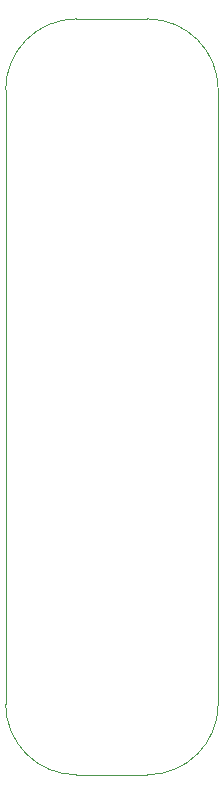
<source format=gm1>
G04 #@! TF.GenerationSoftware,KiCad,Pcbnew,5.1.9+dfsg1-1*
G04 #@! TF.CreationDate,2023-01-27T16:31:19+09:00*
G04 #@! TF.ProjectId,quadtopus-thermistor,71756164-746f-4707-9573-2d746865726d,rev?*
G04 #@! TF.SameCoordinates,Original*
G04 #@! TF.FileFunction,Profile,NP*
%FSLAX46Y46*%
G04 Gerber Fmt 4.6, Leading zero omitted, Abs format (unit mm)*
G04 Created by KiCad (PCBNEW 5.1.9+dfsg1-1) date 2023-01-27 16:31:19*
%MOMM*%
%LPD*%
G01*
G04 APERTURE LIST*
G04 #@! TA.AperFunction,Profile*
%ADD10C,0.050000*%
G04 #@! TD*
G04 APERTURE END LIST*
D10*
X141000000Y-136000000D02*
X141000000Y-84000000D01*
X129000000Y-142000000D02*
X135000000Y-142000000D01*
X123000000Y-84000000D02*
X123000000Y-136000000D01*
X129000000Y-78000000D02*
X135000000Y-78000000D01*
X141000000Y-136000000D02*
G75*
G02*
X135000000Y-142000000I-6000000J0D01*
G01*
X129000000Y-142000000D02*
G75*
G02*
X123000000Y-136000000I0J6000000D01*
G01*
X135000000Y-78000000D02*
G75*
G02*
X141000000Y-84000000I0J-6000000D01*
G01*
X123000000Y-84000000D02*
G75*
G02*
X129000000Y-78000000I6000000J0D01*
G01*
M02*

</source>
